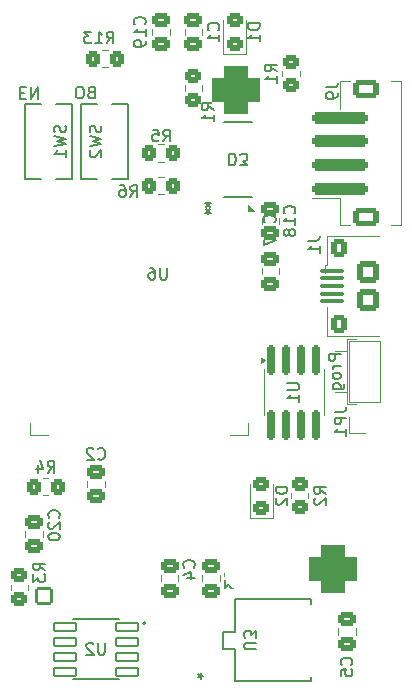
<source format=gbo>
%TF.GenerationSoftware,KiCad,Pcbnew,8.0.2*%
%TF.CreationDate,2024-10-02T19:38:12-04:00*%
%TF.ProjectId,drive_27A,64726976-655f-4323-9741-2e6b69636164,rev?*%
%TF.SameCoordinates,Original*%
%TF.FileFunction,Legend,Bot*%
%TF.FilePolarity,Positive*%
%FSLAX46Y46*%
G04 Gerber Fmt 4.6, Leading zero omitted, Abs format (unit mm)*
G04 Created by KiCad (PCBNEW 8.0.2) date 2024-10-02 19:38:12*
%MOMM*%
%LPD*%
G01*
G04 APERTURE LIST*
G04 Aperture macros list*
%AMRoundRect*
0 Rectangle with rounded corners*
0 $1 Rounding radius*
0 $2 $3 $4 $5 $6 $7 $8 $9 X,Y pos of 4 corners*
0 Add a 4 corners polygon primitive as box body*
4,1,4,$2,$3,$4,$5,$6,$7,$8,$9,$2,$3,0*
0 Add four circle primitives for the rounded corners*
1,1,$1+$1,$2,$3*
1,1,$1+$1,$4,$5*
1,1,$1+$1,$6,$7*
1,1,$1+$1,$8,$9*
0 Add four rect primitives between the rounded corners*
20,1,$1+$1,$2,$3,$4,$5,0*
20,1,$1+$1,$4,$5,$6,$7,0*
20,1,$1+$1,$6,$7,$8,$9,0*
20,1,$1+$1,$8,$9,$2,$3,0*%
%AMRotRect*
0 Rectangle, with rotation*
0 The origin of the aperture is its center*
0 $1 length*
0 $2 width*
0 $3 Rotation angle, in degrees counterclockwise*
0 Add horizontal line*
21,1,$1,$2,0,0,$3*%
G04 Aperture macros list end*
%ADD10C,0.100000*%
%ADD11C,0.150000*%
%ADD12C,0.152400*%
%ADD13C,0.120000*%
%ADD14C,0.127000*%
%ADD15C,0.200000*%
%ADD16R,0.900000X2.000000*%
%ADD17RoundRect,1.025000X1.025000X1.025000X-1.025000X1.025000X-1.025000X-1.025000X1.025000X-1.025000X0*%
%ADD18C,4.100000*%
%ADD19RoundRect,1.025000X-1.025000X-1.025000X1.025000X-1.025000X1.025000X1.025000X-1.025000X1.025000X0*%
%ADD20RotRect,2.400000X2.400000X70.000000*%
%ADD21C,2.400000*%
%ADD22C,3.350000*%
%ADD23RoundRect,0.102000X-0.634000X-0.634000X0.634000X-0.634000X0.634000X0.634000X-0.634000X0.634000X0*%
%ADD24C,1.472000*%
%ADD25C,3.600000*%
%ADD26C,5.600000*%
%ADD27R,2.454600X1.549400*%
%ADD28R,2.454600X1.524700*%
%ADD29RoundRect,0.250000X-0.450000X0.350000X-0.450000X-0.350000X0.450000X-0.350000X0.450000X0.350000X0*%
%ADD30RoundRect,0.250000X0.475000X-0.337500X0.475000X0.337500X-0.475000X0.337500X-0.475000X-0.337500X0*%
%ADD31RoundRect,0.250000X0.350000X0.450000X-0.350000X0.450000X-0.350000X-0.450000X0.350000X-0.450000X0*%
%ADD32RoundRect,0.250000X-0.475000X0.337500X-0.475000X-0.337500X0.475000X-0.337500X0.475000X0.337500X0*%
%ADD33RoundRect,0.055580X0.921420X0.341420X-0.921420X0.341420X-0.921420X-0.341420X0.921420X-0.341420X0*%
%ADD34R,1.500000X0.900000*%
%ADD35R,0.900000X1.500000*%
%ADD36R,3.900000X3.900000*%
%ADD37R,1.700000X1.700000*%
%ADD38O,1.700000X1.700000*%
%ADD39RoundRect,0.250000X0.450000X-0.325000X0.450000X0.325000X-0.450000X0.325000X-0.450000X-0.325000X0*%
%ADD40R,2.184400X0.889000*%
%ADD41R,5.613400X5.511800*%
%ADD42RoundRect,0.250000X0.450000X-0.350000X0.450000X0.350000X-0.450000X0.350000X-0.450000X-0.350000X0*%
%ADD43RoundRect,0.250000X0.875000X-0.550000X0.875000X0.550000X-0.875000X0.550000X-0.875000X-0.550000X0*%
%ADD44RoundRect,0.250000X2.125000X-0.250000X2.125000X0.250000X-2.125000X0.250000X-2.125000X-0.250000X0*%
%ADD45RoundRect,0.150000X-0.150000X1.100000X-0.150000X-1.100000X0.150000X-1.100000X0.150000X1.100000X0*%
%ADD46R,0.609600X1.511300*%
%ADD47RoundRect,0.100000X-0.900000X0.100000X-0.900000X-0.100000X0.900000X-0.100000X0.900000X0.100000X0*%
%ADD48O,1.600000X0.900000*%
%ADD49RoundRect,0.250000X-0.450000X0.550000X-0.450000X-0.550000X0.450000X-0.550000X0.450000X0.550000X0*%
%ADD50RoundRect,0.250000X-0.700000X0.700000X-0.700000X-0.700000X0.700000X-0.700000X0.700000X0.700000X0*%
G04 APERTURE END LIST*
D10*
X43500000Y-48750000D02*
X44250000Y-48750000D01*
X43500000Y-44250000D02*
X42500000Y-44250000D01*
X44250000Y-43250000D02*
X43500000Y-43250000D01*
X42500000Y-47750000D02*
X43500000Y-47750000D01*
X43500000Y-43250000D02*
X43500000Y-48750000D01*
D11*
X15836779Y-22403990D02*
X16170112Y-22403990D01*
X16312969Y-21880180D02*
X15836779Y-21880180D01*
X15836779Y-21880180D02*
X15836779Y-22880180D01*
X15836779Y-22880180D02*
X16312969Y-22880180D01*
X16741541Y-21880180D02*
X16741541Y-22880180D01*
X16741541Y-22880180D02*
X17312969Y-21880180D01*
X17312969Y-21880180D02*
X17312969Y-22880180D01*
X21829887Y-22346009D02*
X21687030Y-22393628D01*
X21687030Y-22393628D02*
X21639411Y-22441247D01*
X21639411Y-22441247D02*
X21591792Y-22536485D01*
X21591792Y-22536485D02*
X21591792Y-22679342D01*
X21591792Y-22679342D02*
X21639411Y-22774580D01*
X21639411Y-22774580D02*
X21687030Y-22822200D01*
X21687030Y-22822200D02*
X21782268Y-22869819D01*
X21782268Y-22869819D02*
X22163220Y-22869819D01*
X22163220Y-22869819D02*
X22163220Y-21869819D01*
X22163220Y-21869819D02*
X21829887Y-21869819D01*
X21829887Y-21869819D02*
X21734649Y-21917438D01*
X21734649Y-21917438D02*
X21687030Y-21965057D01*
X21687030Y-21965057D02*
X21639411Y-22060295D01*
X21639411Y-22060295D02*
X21639411Y-22155533D01*
X21639411Y-22155533D02*
X21687030Y-22250771D01*
X21687030Y-22250771D02*
X21734649Y-22298390D01*
X21734649Y-22298390D02*
X21829887Y-22346009D01*
X21829887Y-22346009D02*
X22163220Y-22346009D01*
X20972744Y-21869819D02*
X20782268Y-21869819D01*
X20782268Y-21869819D02*
X20687030Y-21917438D01*
X20687030Y-21917438D02*
X20591792Y-22012676D01*
X20591792Y-22012676D02*
X20544173Y-22203152D01*
X20544173Y-22203152D02*
X20544173Y-22536485D01*
X20544173Y-22536485D02*
X20591792Y-22726961D01*
X20591792Y-22726961D02*
X20687030Y-22822200D01*
X20687030Y-22822200D02*
X20782268Y-22869819D01*
X20782268Y-22869819D02*
X20972744Y-22869819D01*
X20972744Y-22869819D02*
X21067982Y-22822200D01*
X21067982Y-22822200D02*
X21163220Y-22726961D01*
X21163220Y-22726961D02*
X21210839Y-22536485D01*
X21210839Y-22536485D02*
X21210839Y-22203152D01*
X21210839Y-22203152D02*
X21163220Y-22012676D01*
X21163220Y-22012676D02*
X21067982Y-21917438D01*
X21067982Y-21917438D02*
X20972744Y-21869819D01*
X31295180Y-71749999D02*
X31057085Y-71749999D01*
X31152323Y-71988094D02*
X31057085Y-71749999D01*
X31057085Y-71749999D02*
X31152323Y-71511904D01*
X30866609Y-71892856D02*
X31057085Y-71749999D01*
X31057085Y-71749999D02*
X30866609Y-71607142D01*
X42954819Y-44523809D02*
X41954819Y-44523809D01*
X41954819Y-44523809D02*
X41954819Y-44904761D01*
X41954819Y-44904761D02*
X42002438Y-44999999D01*
X42002438Y-44999999D02*
X42050057Y-45047618D01*
X42050057Y-45047618D02*
X42145295Y-45095237D01*
X42145295Y-45095237D02*
X42288152Y-45095237D01*
X42288152Y-45095237D02*
X42383390Y-45047618D01*
X42383390Y-45047618D02*
X42431009Y-44999999D01*
X42431009Y-44999999D02*
X42478628Y-44904761D01*
X42478628Y-44904761D02*
X42478628Y-44523809D01*
X42954819Y-45523809D02*
X42288152Y-45523809D01*
X42478628Y-45523809D02*
X42383390Y-45571428D01*
X42383390Y-45571428D02*
X42335771Y-45619047D01*
X42335771Y-45619047D02*
X42288152Y-45714285D01*
X42288152Y-45714285D02*
X42288152Y-45809523D01*
X42954819Y-46285714D02*
X42907200Y-46190476D01*
X42907200Y-46190476D02*
X42859580Y-46142857D01*
X42859580Y-46142857D02*
X42764342Y-46095238D01*
X42764342Y-46095238D02*
X42478628Y-46095238D01*
X42478628Y-46095238D02*
X42383390Y-46142857D01*
X42383390Y-46142857D02*
X42335771Y-46190476D01*
X42335771Y-46190476D02*
X42288152Y-46285714D01*
X42288152Y-46285714D02*
X42288152Y-46428571D01*
X42288152Y-46428571D02*
X42335771Y-46523809D01*
X42335771Y-46523809D02*
X42383390Y-46571428D01*
X42383390Y-46571428D02*
X42478628Y-46619047D01*
X42478628Y-46619047D02*
X42764342Y-46619047D01*
X42764342Y-46619047D02*
X42859580Y-46571428D01*
X42859580Y-46571428D02*
X42907200Y-46523809D01*
X42907200Y-46523809D02*
X42954819Y-46428571D01*
X42954819Y-46428571D02*
X42954819Y-46285714D01*
X42288152Y-47476190D02*
X43097676Y-47476190D01*
X43097676Y-47476190D02*
X43192914Y-47428571D01*
X43192914Y-47428571D02*
X43240533Y-47380952D01*
X43240533Y-47380952D02*
X43288152Y-47285714D01*
X43288152Y-47285714D02*
X43288152Y-47142857D01*
X43288152Y-47142857D02*
X43240533Y-47047619D01*
X42907200Y-47476190D02*
X42954819Y-47380952D01*
X42954819Y-47380952D02*
X42954819Y-47190476D01*
X42954819Y-47190476D02*
X42907200Y-47095238D01*
X42907200Y-47095238D02*
X42859580Y-47047619D01*
X42859580Y-47047619D02*
X42764342Y-47000000D01*
X42764342Y-47000000D02*
X42478628Y-47000000D01*
X42478628Y-47000000D02*
X42383390Y-47047619D01*
X42383390Y-47047619D02*
X42335771Y-47095238D01*
X42335771Y-47095238D02*
X42288152Y-47190476D01*
X42288152Y-47190476D02*
X42288152Y-47380952D01*
X42288152Y-47380952D02*
X42335771Y-47476190D01*
X33535205Y-27545180D02*
X33535205Y-28545180D01*
X33535205Y-28545180D02*
X33773300Y-28545180D01*
X33773300Y-28545180D02*
X33916157Y-28497561D01*
X33916157Y-28497561D02*
X34011395Y-28402323D01*
X34011395Y-28402323D02*
X34059014Y-28307085D01*
X34059014Y-28307085D02*
X34106633Y-28116609D01*
X34106633Y-28116609D02*
X34106633Y-27973752D01*
X34106633Y-27973752D02*
X34059014Y-27783276D01*
X34059014Y-27783276D02*
X34011395Y-27688038D01*
X34011395Y-27688038D02*
X33916157Y-27592800D01*
X33916157Y-27592800D02*
X33773300Y-27545180D01*
X33773300Y-27545180D02*
X33535205Y-27545180D01*
X34439967Y-28545180D02*
X35059014Y-28545180D01*
X35059014Y-28545180D02*
X34725681Y-28164228D01*
X34725681Y-28164228D02*
X34868538Y-28164228D01*
X34868538Y-28164228D02*
X34963776Y-28116609D01*
X34963776Y-28116609D02*
X35011395Y-28068990D01*
X35011395Y-28068990D02*
X35059014Y-27973752D01*
X35059014Y-27973752D02*
X35059014Y-27735657D01*
X35059014Y-27735657D02*
X35011395Y-27640419D01*
X35011395Y-27640419D02*
X34963776Y-27592800D01*
X34963776Y-27592800D02*
X34868538Y-27545180D01*
X34868538Y-27545180D02*
X34582824Y-27545180D01*
X34582824Y-27545180D02*
X34487586Y-27592800D01*
X34487586Y-27592800D02*
X34439967Y-27640419D01*
X31746000Y-32689880D02*
X31746000Y-32451785D01*
X31507905Y-32547023D02*
X31746000Y-32451785D01*
X31746000Y-32451785D02*
X31984095Y-32547023D01*
X31603143Y-32261309D02*
X31746000Y-32451785D01*
X31746000Y-32451785D02*
X31888857Y-32261309D01*
X31745999Y-31599519D02*
X31745999Y-31837614D01*
X31984094Y-31742376D02*
X31745999Y-31837614D01*
X31745999Y-31837614D02*
X31507904Y-31742376D01*
X31888856Y-32028090D02*
X31745999Y-31837614D01*
X31745999Y-31837614D02*
X31603142Y-32028090D01*
X37554819Y-20583333D02*
X37078628Y-20250000D01*
X37554819Y-20011905D02*
X36554819Y-20011905D01*
X36554819Y-20011905D02*
X36554819Y-20392857D01*
X36554819Y-20392857D02*
X36602438Y-20488095D01*
X36602438Y-20488095D02*
X36650057Y-20535714D01*
X36650057Y-20535714D02*
X36745295Y-20583333D01*
X36745295Y-20583333D02*
X36888152Y-20583333D01*
X36888152Y-20583333D02*
X36983390Y-20535714D01*
X36983390Y-20535714D02*
X37031009Y-20488095D01*
X37031009Y-20488095D02*
X37078628Y-20392857D01*
X37078628Y-20392857D02*
X37078628Y-20011905D01*
X37554819Y-21535714D02*
X37554819Y-20964286D01*
X37554819Y-21250000D02*
X36554819Y-21250000D01*
X36554819Y-21250000D02*
X36697676Y-21154762D01*
X36697676Y-21154762D02*
X36792914Y-21059524D01*
X36792914Y-21059524D02*
X36840533Y-20964286D01*
X39039580Y-32607142D02*
X39087200Y-32559523D01*
X39087200Y-32559523D02*
X39134819Y-32416666D01*
X39134819Y-32416666D02*
X39134819Y-32321428D01*
X39134819Y-32321428D02*
X39087200Y-32178571D01*
X39087200Y-32178571D02*
X38991961Y-32083333D01*
X38991961Y-32083333D02*
X38896723Y-32035714D01*
X38896723Y-32035714D02*
X38706247Y-31988095D01*
X38706247Y-31988095D02*
X38563390Y-31988095D01*
X38563390Y-31988095D02*
X38372914Y-32035714D01*
X38372914Y-32035714D02*
X38277676Y-32083333D01*
X38277676Y-32083333D02*
X38182438Y-32178571D01*
X38182438Y-32178571D02*
X38134819Y-32321428D01*
X38134819Y-32321428D02*
X38134819Y-32416666D01*
X38134819Y-32416666D02*
X38182438Y-32559523D01*
X38182438Y-32559523D02*
X38230057Y-32607142D01*
X39134819Y-33559523D02*
X39134819Y-32988095D01*
X39134819Y-33273809D02*
X38134819Y-33273809D01*
X38134819Y-33273809D02*
X38277676Y-33178571D01*
X38277676Y-33178571D02*
X38372914Y-33083333D01*
X38372914Y-33083333D02*
X38420533Y-32988095D01*
X38563390Y-34130952D02*
X38515771Y-34035714D01*
X38515771Y-34035714D02*
X38468152Y-33988095D01*
X38468152Y-33988095D02*
X38372914Y-33940476D01*
X38372914Y-33940476D02*
X38325295Y-33940476D01*
X38325295Y-33940476D02*
X38230057Y-33988095D01*
X38230057Y-33988095D02*
X38182438Y-34035714D01*
X38182438Y-34035714D02*
X38134819Y-34130952D01*
X38134819Y-34130952D02*
X38134819Y-34321428D01*
X38134819Y-34321428D02*
X38182438Y-34416666D01*
X38182438Y-34416666D02*
X38230057Y-34464285D01*
X38230057Y-34464285D02*
X38325295Y-34511904D01*
X38325295Y-34511904D02*
X38372914Y-34511904D01*
X38372914Y-34511904D02*
X38468152Y-34464285D01*
X38468152Y-34464285D02*
X38515771Y-34416666D01*
X38515771Y-34416666D02*
X38563390Y-34321428D01*
X38563390Y-34321428D02*
X38563390Y-34130952D01*
X38563390Y-34130952D02*
X38611009Y-34035714D01*
X38611009Y-34035714D02*
X38658628Y-33988095D01*
X38658628Y-33988095D02*
X38753866Y-33940476D01*
X38753866Y-33940476D02*
X38944342Y-33940476D01*
X38944342Y-33940476D02*
X39039580Y-33988095D01*
X39039580Y-33988095D02*
X39087200Y-34035714D01*
X39087200Y-34035714D02*
X39134819Y-34130952D01*
X39134819Y-34130952D02*
X39134819Y-34321428D01*
X39134819Y-34321428D02*
X39087200Y-34416666D01*
X39087200Y-34416666D02*
X39039580Y-34464285D01*
X39039580Y-34464285D02*
X38944342Y-34511904D01*
X38944342Y-34511904D02*
X38753866Y-34511904D01*
X38753866Y-34511904D02*
X38658628Y-34464285D01*
X38658628Y-34464285D02*
X38611009Y-34416666D01*
X38611009Y-34416666D02*
X38563390Y-34321428D01*
X27942364Y-26511561D02*
X28275697Y-26035370D01*
X28513792Y-26511561D02*
X28513792Y-25511561D01*
X28513792Y-25511561D02*
X28132840Y-25511561D01*
X28132840Y-25511561D02*
X28037602Y-25559180D01*
X28037602Y-25559180D02*
X27989983Y-25606799D01*
X27989983Y-25606799D02*
X27942364Y-25702037D01*
X27942364Y-25702037D02*
X27942364Y-25844894D01*
X27942364Y-25844894D02*
X27989983Y-25940132D01*
X27989983Y-25940132D02*
X28037602Y-25987751D01*
X28037602Y-25987751D02*
X28132840Y-26035370D01*
X28132840Y-26035370D02*
X28513792Y-26035370D01*
X27037602Y-25511561D02*
X27513792Y-25511561D01*
X27513792Y-25511561D02*
X27561411Y-25987751D01*
X27561411Y-25987751D02*
X27513792Y-25940132D01*
X27513792Y-25940132D02*
X27418554Y-25892513D01*
X27418554Y-25892513D02*
X27180459Y-25892513D01*
X27180459Y-25892513D02*
X27085221Y-25940132D01*
X27085221Y-25940132D02*
X27037602Y-25987751D01*
X27037602Y-25987751D02*
X26989983Y-26082989D01*
X26989983Y-26082989D02*
X26989983Y-26321084D01*
X26989983Y-26321084D02*
X27037602Y-26416322D01*
X27037602Y-26416322D02*
X27085221Y-26463942D01*
X27085221Y-26463942D02*
X27180459Y-26511561D01*
X27180459Y-26511561D02*
X27418554Y-26511561D01*
X27418554Y-26511561D02*
X27513792Y-26463942D01*
X27513792Y-26463942D02*
X27561411Y-26416322D01*
X34039580Y-63333333D02*
X34087200Y-63285714D01*
X34087200Y-63285714D02*
X34134819Y-63142857D01*
X34134819Y-63142857D02*
X34134819Y-63047619D01*
X34134819Y-63047619D02*
X34087200Y-62904762D01*
X34087200Y-62904762D02*
X33991961Y-62809524D01*
X33991961Y-62809524D02*
X33896723Y-62761905D01*
X33896723Y-62761905D02*
X33706247Y-62714286D01*
X33706247Y-62714286D02*
X33563390Y-62714286D01*
X33563390Y-62714286D02*
X33372914Y-62761905D01*
X33372914Y-62761905D02*
X33277676Y-62809524D01*
X33277676Y-62809524D02*
X33182438Y-62904762D01*
X33182438Y-62904762D02*
X33134819Y-63047619D01*
X33134819Y-63047619D02*
X33134819Y-63142857D01*
X33134819Y-63142857D02*
X33182438Y-63285714D01*
X33182438Y-63285714D02*
X33230057Y-63333333D01*
X33134819Y-63666667D02*
X33134819Y-64285714D01*
X33134819Y-64285714D02*
X33515771Y-63952381D01*
X33515771Y-63952381D02*
X33515771Y-64095238D01*
X33515771Y-64095238D02*
X33563390Y-64190476D01*
X33563390Y-64190476D02*
X33611009Y-64238095D01*
X33611009Y-64238095D02*
X33706247Y-64285714D01*
X33706247Y-64285714D02*
X33944342Y-64285714D01*
X33944342Y-64285714D02*
X34039580Y-64238095D01*
X34039580Y-64238095D02*
X34087200Y-64190476D01*
X34087200Y-64190476D02*
X34134819Y-64095238D01*
X34134819Y-64095238D02*
X34134819Y-63809524D01*
X34134819Y-63809524D02*
X34087200Y-63714286D01*
X34087200Y-63714286D02*
X34039580Y-63666667D01*
X32609580Y-17083333D02*
X32657200Y-17035714D01*
X32657200Y-17035714D02*
X32704819Y-16892857D01*
X32704819Y-16892857D02*
X32704819Y-16797619D01*
X32704819Y-16797619D02*
X32657200Y-16654762D01*
X32657200Y-16654762D02*
X32561961Y-16559524D01*
X32561961Y-16559524D02*
X32466723Y-16511905D01*
X32466723Y-16511905D02*
X32276247Y-16464286D01*
X32276247Y-16464286D02*
X32133390Y-16464286D01*
X32133390Y-16464286D02*
X31942914Y-16511905D01*
X31942914Y-16511905D02*
X31847676Y-16559524D01*
X31847676Y-16559524D02*
X31752438Y-16654762D01*
X31752438Y-16654762D02*
X31704819Y-16797619D01*
X31704819Y-16797619D02*
X31704819Y-16892857D01*
X31704819Y-16892857D02*
X31752438Y-17035714D01*
X31752438Y-17035714D02*
X31800057Y-17083333D01*
X32704819Y-18035714D02*
X32704819Y-17464286D01*
X32704819Y-17750000D02*
X31704819Y-17750000D01*
X31704819Y-17750000D02*
X31847676Y-17654762D01*
X31847676Y-17654762D02*
X31942914Y-17559524D01*
X31942914Y-17559524D02*
X31990533Y-17464286D01*
X23011904Y-68954819D02*
X23011904Y-69764342D01*
X23011904Y-69764342D02*
X22964285Y-69859580D01*
X22964285Y-69859580D02*
X22916666Y-69907200D01*
X22916666Y-69907200D02*
X22821428Y-69954819D01*
X22821428Y-69954819D02*
X22630952Y-69954819D01*
X22630952Y-69954819D02*
X22535714Y-69907200D01*
X22535714Y-69907200D02*
X22488095Y-69859580D01*
X22488095Y-69859580D02*
X22440476Y-69764342D01*
X22440476Y-69764342D02*
X22440476Y-68954819D01*
X22011904Y-69050057D02*
X21964285Y-69002438D01*
X21964285Y-69002438D02*
X21869047Y-68954819D01*
X21869047Y-68954819D02*
X21630952Y-68954819D01*
X21630952Y-68954819D02*
X21535714Y-69002438D01*
X21535714Y-69002438D02*
X21488095Y-69050057D01*
X21488095Y-69050057D02*
X21440476Y-69145295D01*
X21440476Y-69145295D02*
X21440476Y-69240533D01*
X21440476Y-69240533D02*
X21488095Y-69383390D01*
X21488095Y-69383390D02*
X22059523Y-69954819D01*
X22059523Y-69954819D02*
X21440476Y-69954819D01*
X19109580Y-58357142D02*
X19157200Y-58309523D01*
X19157200Y-58309523D02*
X19204819Y-58166666D01*
X19204819Y-58166666D02*
X19204819Y-58071428D01*
X19204819Y-58071428D02*
X19157200Y-57928571D01*
X19157200Y-57928571D02*
X19061961Y-57833333D01*
X19061961Y-57833333D02*
X18966723Y-57785714D01*
X18966723Y-57785714D02*
X18776247Y-57738095D01*
X18776247Y-57738095D02*
X18633390Y-57738095D01*
X18633390Y-57738095D02*
X18442914Y-57785714D01*
X18442914Y-57785714D02*
X18347676Y-57833333D01*
X18347676Y-57833333D02*
X18252438Y-57928571D01*
X18252438Y-57928571D02*
X18204819Y-58071428D01*
X18204819Y-58071428D02*
X18204819Y-58166666D01*
X18204819Y-58166666D02*
X18252438Y-58309523D01*
X18252438Y-58309523D02*
X18300057Y-58357142D01*
X18300057Y-58738095D02*
X18252438Y-58785714D01*
X18252438Y-58785714D02*
X18204819Y-58880952D01*
X18204819Y-58880952D02*
X18204819Y-59119047D01*
X18204819Y-59119047D02*
X18252438Y-59214285D01*
X18252438Y-59214285D02*
X18300057Y-59261904D01*
X18300057Y-59261904D02*
X18395295Y-59309523D01*
X18395295Y-59309523D02*
X18490533Y-59309523D01*
X18490533Y-59309523D02*
X18633390Y-59261904D01*
X18633390Y-59261904D02*
X19204819Y-58690476D01*
X19204819Y-58690476D02*
X19204819Y-59309523D01*
X18204819Y-59928571D02*
X18204819Y-60023809D01*
X18204819Y-60023809D02*
X18252438Y-60119047D01*
X18252438Y-60119047D02*
X18300057Y-60166666D01*
X18300057Y-60166666D02*
X18395295Y-60214285D01*
X18395295Y-60214285D02*
X18585771Y-60261904D01*
X18585771Y-60261904D02*
X18823866Y-60261904D01*
X18823866Y-60261904D02*
X19014342Y-60214285D01*
X19014342Y-60214285D02*
X19109580Y-60166666D01*
X19109580Y-60166666D02*
X19157200Y-60119047D01*
X19157200Y-60119047D02*
X19204819Y-60023809D01*
X19204819Y-60023809D02*
X19204819Y-59928571D01*
X19204819Y-59928571D02*
X19157200Y-59833333D01*
X19157200Y-59833333D02*
X19109580Y-59785714D01*
X19109580Y-59785714D02*
X19014342Y-59738095D01*
X19014342Y-59738095D02*
X18823866Y-59690476D01*
X18823866Y-59690476D02*
X18585771Y-59690476D01*
X18585771Y-59690476D02*
X18395295Y-59738095D01*
X18395295Y-59738095D02*
X18300057Y-59785714D01*
X18300057Y-59785714D02*
X18252438Y-59833333D01*
X18252438Y-59833333D02*
X18204819Y-59928571D01*
X26359580Y-16607142D02*
X26407200Y-16559523D01*
X26407200Y-16559523D02*
X26454819Y-16416666D01*
X26454819Y-16416666D02*
X26454819Y-16321428D01*
X26454819Y-16321428D02*
X26407200Y-16178571D01*
X26407200Y-16178571D02*
X26311961Y-16083333D01*
X26311961Y-16083333D02*
X26216723Y-16035714D01*
X26216723Y-16035714D02*
X26026247Y-15988095D01*
X26026247Y-15988095D02*
X25883390Y-15988095D01*
X25883390Y-15988095D02*
X25692914Y-16035714D01*
X25692914Y-16035714D02*
X25597676Y-16083333D01*
X25597676Y-16083333D02*
X25502438Y-16178571D01*
X25502438Y-16178571D02*
X25454819Y-16321428D01*
X25454819Y-16321428D02*
X25454819Y-16416666D01*
X25454819Y-16416666D02*
X25502438Y-16559523D01*
X25502438Y-16559523D02*
X25550057Y-16607142D01*
X26454819Y-17559523D02*
X26454819Y-16988095D01*
X26454819Y-17273809D02*
X25454819Y-17273809D01*
X25454819Y-17273809D02*
X25597676Y-17178571D01*
X25597676Y-17178571D02*
X25692914Y-17083333D01*
X25692914Y-17083333D02*
X25740533Y-16988095D01*
X26454819Y-18035714D02*
X26454819Y-18226190D01*
X26454819Y-18226190D02*
X26407200Y-18321428D01*
X26407200Y-18321428D02*
X26359580Y-18369047D01*
X26359580Y-18369047D02*
X26216723Y-18464285D01*
X26216723Y-18464285D02*
X26026247Y-18511904D01*
X26026247Y-18511904D02*
X25645295Y-18511904D01*
X25645295Y-18511904D02*
X25550057Y-18464285D01*
X25550057Y-18464285D02*
X25502438Y-18416666D01*
X25502438Y-18416666D02*
X25454819Y-18321428D01*
X25454819Y-18321428D02*
X25454819Y-18130952D01*
X25454819Y-18130952D02*
X25502438Y-18035714D01*
X25502438Y-18035714D02*
X25550057Y-17988095D01*
X25550057Y-17988095D02*
X25645295Y-17940476D01*
X25645295Y-17940476D02*
X25883390Y-17940476D01*
X25883390Y-17940476D02*
X25978628Y-17988095D01*
X25978628Y-17988095D02*
X26026247Y-18035714D01*
X26026247Y-18035714D02*
X26073866Y-18130952D01*
X26073866Y-18130952D02*
X26073866Y-18321428D01*
X26073866Y-18321428D02*
X26026247Y-18416666D01*
X26026247Y-18416666D02*
X25978628Y-18464285D01*
X25978628Y-18464285D02*
X25883390Y-18511904D01*
X28261904Y-37204819D02*
X28261904Y-38014342D01*
X28261904Y-38014342D02*
X28214285Y-38109580D01*
X28214285Y-38109580D02*
X28166666Y-38157200D01*
X28166666Y-38157200D02*
X28071428Y-38204819D01*
X28071428Y-38204819D02*
X27880952Y-38204819D01*
X27880952Y-38204819D02*
X27785714Y-38157200D01*
X27785714Y-38157200D02*
X27738095Y-38109580D01*
X27738095Y-38109580D02*
X27690476Y-38014342D01*
X27690476Y-38014342D02*
X27690476Y-37204819D01*
X26785714Y-37204819D02*
X26976190Y-37204819D01*
X26976190Y-37204819D02*
X27071428Y-37252438D01*
X27071428Y-37252438D02*
X27119047Y-37300057D01*
X27119047Y-37300057D02*
X27214285Y-37442914D01*
X27214285Y-37442914D02*
X27261904Y-37633390D01*
X27261904Y-37633390D02*
X27261904Y-38014342D01*
X27261904Y-38014342D02*
X27214285Y-38109580D01*
X27214285Y-38109580D02*
X27166666Y-38157200D01*
X27166666Y-38157200D02*
X27071428Y-38204819D01*
X27071428Y-38204819D02*
X26880952Y-38204819D01*
X26880952Y-38204819D02*
X26785714Y-38157200D01*
X26785714Y-38157200D02*
X26738095Y-38109580D01*
X26738095Y-38109580D02*
X26690476Y-38014342D01*
X26690476Y-38014342D02*
X26690476Y-37776247D01*
X26690476Y-37776247D02*
X26738095Y-37681009D01*
X26738095Y-37681009D02*
X26785714Y-37633390D01*
X26785714Y-37633390D02*
X26880952Y-37585771D01*
X26880952Y-37585771D02*
X27071428Y-37585771D01*
X27071428Y-37585771D02*
X27166666Y-37633390D01*
X27166666Y-37633390D02*
X27214285Y-37681009D01*
X27214285Y-37681009D02*
X27261904Y-37776247D01*
X42454819Y-49416666D02*
X43169104Y-49416666D01*
X43169104Y-49416666D02*
X43311961Y-49369047D01*
X43311961Y-49369047D02*
X43407200Y-49273809D01*
X43407200Y-49273809D02*
X43454819Y-49130952D01*
X43454819Y-49130952D02*
X43454819Y-49035714D01*
X43454819Y-49892857D02*
X42454819Y-49892857D01*
X42454819Y-49892857D02*
X42454819Y-50273809D01*
X42454819Y-50273809D02*
X42502438Y-50369047D01*
X42502438Y-50369047D02*
X42550057Y-50416666D01*
X42550057Y-50416666D02*
X42645295Y-50464285D01*
X42645295Y-50464285D02*
X42788152Y-50464285D01*
X42788152Y-50464285D02*
X42883390Y-50416666D01*
X42883390Y-50416666D02*
X42931009Y-50369047D01*
X42931009Y-50369047D02*
X42978628Y-50273809D01*
X42978628Y-50273809D02*
X42978628Y-49892857D01*
X43454819Y-51416666D02*
X43454819Y-50845238D01*
X43454819Y-51130952D02*
X42454819Y-51130952D01*
X42454819Y-51130952D02*
X42597676Y-51035714D01*
X42597676Y-51035714D02*
X42692914Y-50940476D01*
X42692914Y-50940476D02*
X42740533Y-50845238D01*
X17954819Y-62833333D02*
X17478628Y-62500000D01*
X17954819Y-62261905D02*
X16954819Y-62261905D01*
X16954819Y-62261905D02*
X16954819Y-62642857D01*
X16954819Y-62642857D02*
X17002438Y-62738095D01*
X17002438Y-62738095D02*
X17050057Y-62785714D01*
X17050057Y-62785714D02*
X17145295Y-62833333D01*
X17145295Y-62833333D02*
X17288152Y-62833333D01*
X17288152Y-62833333D02*
X17383390Y-62785714D01*
X17383390Y-62785714D02*
X17431009Y-62738095D01*
X17431009Y-62738095D02*
X17478628Y-62642857D01*
X17478628Y-62642857D02*
X17478628Y-62261905D01*
X16954819Y-63166667D02*
X16954819Y-63785714D01*
X16954819Y-63785714D02*
X17335771Y-63452381D01*
X17335771Y-63452381D02*
X17335771Y-63595238D01*
X17335771Y-63595238D02*
X17383390Y-63690476D01*
X17383390Y-63690476D02*
X17431009Y-63738095D01*
X17431009Y-63738095D02*
X17526247Y-63785714D01*
X17526247Y-63785714D02*
X17764342Y-63785714D01*
X17764342Y-63785714D02*
X17859580Y-63738095D01*
X17859580Y-63738095D02*
X17907200Y-63690476D01*
X17907200Y-63690476D02*
X17954819Y-63595238D01*
X17954819Y-63595238D02*
X17954819Y-63309524D01*
X17954819Y-63309524D02*
X17907200Y-63214286D01*
X17907200Y-63214286D02*
X17859580Y-63166667D01*
X36104819Y-16511905D02*
X35104819Y-16511905D01*
X35104819Y-16511905D02*
X35104819Y-16750000D01*
X35104819Y-16750000D02*
X35152438Y-16892857D01*
X35152438Y-16892857D02*
X35247676Y-16988095D01*
X35247676Y-16988095D02*
X35342914Y-17035714D01*
X35342914Y-17035714D02*
X35533390Y-17083333D01*
X35533390Y-17083333D02*
X35676247Y-17083333D01*
X35676247Y-17083333D02*
X35866723Y-17035714D01*
X35866723Y-17035714D02*
X35961961Y-16988095D01*
X35961961Y-16988095D02*
X36057200Y-16892857D01*
X36057200Y-16892857D02*
X36104819Y-16750000D01*
X36104819Y-16750000D02*
X36104819Y-16511905D01*
X36104819Y-18035714D02*
X36104819Y-17464286D01*
X36104819Y-17750000D02*
X35104819Y-17750000D01*
X35104819Y-17750000D02*
X35247676Y-17654762D01*
X35247676Y-17654762D02*
X35342914Y-17559524D01*
X35342914Y-17559524D02*
X35390533Y-17464286D01*
X22416666Y-53359580D02*
X22464285Y-53407200D01*
X22464285Y-53407200D02*
X22607142Y-53454819D01*
X22607142Y-53454819D02*
X22702380Y-53454819D01*
X22702380Y-53454819D02*
X22845237Y-53407200D01*
X22845237Y-53407200D02*
X22940475Y-53311961D01*
X22940475Y-53311961D02*
X22988094Y-53216723D01*
X22988094Y-53216723D02*
X23035713Y-53026247D01*
X23035713Y-53026247D02*
X23035713Y-52883390D01*
X23035713Y-52883390D02*
X22988094Y-52692914D01*
X22988094Y-52692914D02*
X22940475Y-52597676D01*
X22940475Y-52597676D02*
X22845237Y-52502438D01*
X22845237Y-52502438D02*
X22702380Y-52454819D01*
X22702380Y-52454819D02*
X22607142Y-52454819D01*
X22607142Y-52454819D02*
X22464285Y-52502438D01*
X22464285Y-52502438D02*
X22416666Y-52550057D01*
X22035713Y-52550057D02*
X21988094Y-52502438D01*
X21988094Y-52502438D02*
X21892856Y-52454819D01*
X21892856Y-52454819D02*
X21654761Y-52454819D01*
X21654761Y-52454819D02*
X21559523Y-52502438D01*
X21559523Y-52502438D02*
X21511904Y-52550057D01*
X21511904Y-52550057D02*
X21464285Y-52645295D01*
X21464285Y-52645295D02*
X21464285Y-52740533D01*
X21464285Y-52740533D02*
X21511904Y-52883390D01*
X21511904Y-52883390D02*
X22083332Y-53454819D01*
X22083332Y-53454819D02*
X21464285Y-53454819D01*
X35795180Y-69511904D02*
X34985657Y-69511904D01*
X34985657Y-69511904D02*
X34890419Y-69464285D01*
X34890419Y-69464285D02*
X34842800Y-69416666D01*
X34842800Y-69416666D02*
X34795180Y-69321428D01*
X34795180Y-69321428D02*
X34795180Y-69130952D01*
X34795180Y-69130952D02*
X34842800Y-69035714D01*
X34842800Y-69035714D02*
X34890419Y-68988095D01*
X34890419Y-68988095D02*
X34985657Y-68940476D01*
X34985657Y-68940476D02*
X35795180Y-68940476D01*
X35795180Y-68559523D02*
X35795180Y-67940476D01*
X35795180Y-67940476D02*
X35414228Y-68273809D01*
X35414228Y-68273809D02*
X35414228Y-68130952D01*
X35414228Y-68130952D02*
X35366609Y-68035714D01*
X35366609Y-68035714D02*
X35318990Y-67988095D01*
X35318990Y-67988095D02*
X35223752Y-67940476D01*
X35223752Y-67940476D02*
X34985657Y-67940476D01*
X34985657Y-67940476D02*
X34890419Y-67988095D01*
X34890419Y-67988095D02*
X34842800Y-68035714D01*
X34842800Y-68035714D02*
X34795180Y-68130952D01*
X34795180Y-68130952D02*
X34795180Y-68416666D01*
X34795180Y-68416666D02*
X34842800Y-68511904D01*
X34842800Y-68511904D02*
X34890419Y-68559523D01*
X25166666Y-31204819D02*
X25499999Y-30728628D01*
X25738094Y-31204819D02*
X25738094Y-30204819D01*
X25738094Y-30204819D02*
X25357142Y-30204819D01*
X25357142Y-30204819D02*
X25261904Y-30252438D01*
X25261904Y-30252438D02*
X25214285Y-30300057D01*
X25214285Y-30300057D02*
X25166666Y-30395295D01*
X25166666Y-30395295D02*
X25166666Y-30538152D01*
X25166666Y-30538152D02*
X25214285Y-30633390D01*
X25214285Y-30633390D02*
X25261904Y-30681009D01*
X25261904Y-30681009D02*
X25357142Y-30728628D01*
X25357142Y-30728628D02*
X25738094Y-30728628D01*
X24309523Y-30204819D02*
X24499999Y-30204819D01*
X24499999Y-30204819D02*
X24595237Y-30252438D01*
X24595237Y-30252438D02*
X24642856Y-30300057D01*
X24642856Y-30300057D02*
X24738094Y-30442914D01*
X24738094Y-30442914D02*
X24785713Y-30633390D01*
X24785713Y-30633390D02*
X24785713Y-31014342D01*
X24785713Y-31014342D02*
X24738094Y-31109580D01*
X24738094Y-31109580D02*
X24690475Y-31157200D01*
X24690475Y-31157200D02*
X24595237Y-31204819D01*
X24595237Y-31204819D02*
X24404761Y-31204819D01*
X24404761Y-31204819D02*
X24309523Y-31157200D01*
X24309523Y-31157200D02*
X24261904Y-31109580D01*
X24261904Y-31109580D02*
X24214285Y-31014342D01*
X24214285Y-31014342D02*
X24214285Y-30776247D01*
X24214285Y-30776247D02*
X24261904Y-30681009D01*
X24261904Y-30681009D02*
X24309523Y-30633390D01*
X24309523Y-30633390D02*
X24404761Y-30585771D01*
X24404761Y-30585771D02*
X24595237Y-30585771D01*
X24595237Y-30585771D02*
X24690475Y-30633390D01*
X24690475Y-30633390D02*
X24738094Y-30681009D01*
X24738094Y-30681009D02*
X24785713Y-30776247D01*
X43859580Y-70833333D02*
X43907200Y-70785714D01*
X43907200Y-70785714D02*
X43954819Y-70642857D01*
X43954819Y-70642857D02*
X43954819Y-70547619D01*
X43954819Y-70547619D02*
X43907200Y-70404762D01*
X43907200Y-70404762D02*
X43811961Y-70309524D01*
X43811961Y-70309524D02*
X43716723Y-70261905D01*
X43716723Y-70261905D02*
X43526247Y-70214286D01*
X43526247Y-70214286D02*
X43383390Y-70214286D01*
X43383390Y-70214286D02*
X43192914Y-70261905D01*
X43192914Y-70261905D02*
X43097676Y-70309524D01*
X43097676Y-70309524D02*
X43002438Y-70404762D01*
X43002438Y-70404762D02*
X42954819Y-70547619D01*
X42954819Y-70547619D02*
X42954819Y-70642857D01*
X42954819Y-70642857D02*
X43002438Y-70785714D01*
X43002438Y-70785714D02*
X43050057Y-70833333D01*
X42954819Y-71738095D02*
X42954819Y-71261905D01*
X42954819Y-71261905D02*
X43431009Y-71214286D01*
X43431009Y-71214286D02*
X43383390Y-71261905D01*
X43383390Y-71261905D02*
X43335771Y-71357143D01*
X43335771Y-71357143D02*
X43335771Y-71595238D01*
X43335771Y-71595238D02*
X43383390Y-71690476D01*
X43383390Y-71690476D02*
X43431009Y-71738095D01*
X43431009Y-71738095D02*
X43526247Y-71785714D01*
X43526247Y-71785714D02*
X43764342Y-71785714D01*
X43764342Y-71785714D02*
X43859580Y-71738095D01*
X43859580Y-71738095D02*
X43907200Y-71690476D01*
X43907200Y-71690476D02*
X43954819Y-71595238D01*
X43954819Y-71595238D02*
X43954819Y-71357143D01*
X43954819Y-71357143D02*
X43907200Y-71261905D01*
X43907200Y-71261905D02*
X43859580Y-71214286D01*
X32204819Y-23857142D02*
X31728628Y-23523809D01*
X32204819Y-23285714D02*
X31204819Y-23285714D01*
X31204819Y-23285714D02*
X31204819Y-23666666D01*
X31204819Y-23666666D02*
X31252438Y-23761904D01*
X31252438Y-23761904D02*
X31300057Y-23809523D01*
X31300057Y-23809523D02*
X31395295Y-23857142D01*
X31395295Y-23857142D02*
X31538152Y-23857142D01*
X31538152Y-23857142D02*
X31633390Y-23809523D01*
X31633390Y-23809523D02*
X31681009Y-23761904D01*
X31681009Y-23761904D02*
X31728628Y-23666666D01*
X31728628Y-23666666D02*
X31728628Y-23285714D01*
X32204819Y-24809523D02*
X32204819Y-24238095D01*
X32204819Y-24523809D02*
X31204819Y-24523809D01*
X31204819Y-24523809D02*
X31347676Y-24428571D01*
X31347676Y-24428571D02*
X31442914Y-24333333D01*
X31442914Y-24333333D02*
X31490533Y-24238095D01*
X31538152Y-25666666D02*
X32204819Y-25666666D01*
X31157200Y-25428571D02*
X31871485Y-25190476D01*
X31871485Y-25190476D02*
X31871485Y-25809523D01*
X41704819Y-21916666D02*
X42419104Y-21916666D01*
X42419104Y-21916666D02*
X42561961Y-21869047D01*
X42561961Y-21869047D02*
X42657200Y-21773809D01*
X42657200Y-21773809D02*
X42704819Y-21630952D01*
X42704819Y-21630952D02*
X42704819Y-21535714D01*
X42704819Y-22440476D02*
X42704819Y-22630952D01*
X42704819Y-22630952D02*
X42657200Y-22726190D01*
X42657200Y-22726190D02*
X42609580Y-22773809D01*
X42609580Y-22773809D02*
X42466723Y-22869047D01*
X42466723Y-22869047D02*
X42276247Y-22916666D01*
X42276247Y-22916666D02*
X41895295Y-22916666D01*
X41895295Y-22916666D02*
X41800057Y-22869047D01*
X41800057Y-22869047D02*
X41752438Y-22821428D01*
X41752438Y-22821428D02*
X41704819Y-22726190D01*
X41704819Y-22726190D02*
X41704819Y-22535714D01*
X41704819Y-22535714D02*
X41752438Y-22440476D01*
X41752438Y-22440476D02*
X41800057Y-22392857D01*
X41800057Y-22392857D02*
X41895295Y-22345238D01*
X41895295Y-22345238D02*
X42133390Y-22345238D01*
X42133390Y-22345238D02*
X42228628Y-22392857D01*
X42228628Y-22392857D02*
X42276247Y-22440476D01*
X42276247Y-22440476D02*
X42323866Y-22535714D01*
X42323866Y-22535714D02*
X42323866Y-22726190D01*
X42323866Y-22726190D02*
X42276247Y-22821428D01*
X42276247Y-22821428D02*
X42228628Y-22869047D01*
X42228628Y-22869047D02*
X42133390Y-22916666D01*
X38454819Y-46988095D02*
X39264342Y-46988095D01*
X39264342Y-46988095D02*
X39359580Y-47035714D01*
X39359580Y-47035714D02*
X39407200Y-47083333D01*
X39407200Y-47083333D02*
X39454819Y-47178571D01*
X39454819Y-47178571D02*
X39454819Y-47369047D01*
X39454819Y-47369047D02*
X39407200Y-47464285D01*
X39407200Y-47464285D02*
X39359580Y-47511904D01*
X39359580Y-47511904D02*
X39264342Y-47559523D01*
X39264342Y-47559523D02*
X38454819Y-47559523D01*
X39454819Y-48559523D02*
X39454819Y-47988095D01*
X39454819Y-48273809D02*
X38454819Y-48273809D01*
X38454819Y-48273809D02*
X38597676Y-48178571D01*
X38597676Y-48178571D02*
X38692914Y-48083333D01*
X38692914Y-48083333D02*
X38740533Y-47988095D01*
X22657200Y-25166667D02*
X22704819Y-25309524D01*
X22704819Y-25309524D02*
X22704819Y-25547619D01*
X22704819Y-25547619D02*
X22657200Y-25642857D01*
X22657200Y-25642857D02*
X22609580Y-25690476D01*
X22609580Y-25690476D02*
X22514342Y-25738095D01*
X22514342Y-25738095D02*
X22419104Y-25738095D01*
X22419104Y-25738095D02*
X22323866Y-25690476D01*
X22323866Y-25690476D02*
X22276247Y-25642857D01*
X22276247Y-25642857D02*
X22228628Y-25547619D01*
X22228628Y-25547619D02*
X22181009Y-25357143D01*
X22181009Y-25357143D02*
X22133390Y-25261905D01*
X22133390Y-25261905D02*
X22085771Y-25214286D01*
X22085771Y-25214286D02*
X21990533Y-25166667D01*
X21990533Y-25166667D02*
X21895295Y-25166667D01*
X21895295Y-25166667D02*
X21800057Y-25214286D01*
X21800057Y-25214286D02*
X21752438Y-25261905D01*
X21752438Y-25261905D02*
X21704819Y-25357143D01*
X21704819Y-25357143D02*
X21704819Y-25595238D01*
X21704819Y-25595238D02*
X21752438Y-25738095D01*
X21704819Y-26071429D02*
X22704819Y-26309524D01*
X22704819Y-26309524D02*
X21990533Y-26500000D01*
X21990533Y-26500000D02*
X22704819Y-26690476D01*
X22704819Y-26690476D02*
X21704819Y-26928572D01*
X21800057Y-27261905D02*
X21752438Y-27309524D01*
X21752438Y-27309524D02*
X21704819Y-27404762D01*
X21704819Y-27404762D02*
X21704819Y-27642857D01*
X21704819Y-27642857D02*
X21752438Y-27738095D01*
X21752438Y-27738095D02*
X21800057Y-27785714D01*
X21800057Y-27785714D02*
X21895295Y-27833333D01*
X21895295Y-27833333D02*
X21990533Y-27833333D01*
X21990533Y-27833333D02*
X22133390Y-27785714D01*
X22133390Y-27785714D02*
X22704819Y-27214286D01*
X22704819Y-27214286D02*
X22704819Y-27833333D01*
X30539580Y-62583333D02*
X30587200Y-62535714D01*
X30587200Y-62535714D02*
X30634819Y-62392857D01*
X30634819Y-62392857D02*
X30634819Y-62297619D01*
X30634819Y-62297619D02*
X30587200Y-62154762D01*
X30587200Y-62154762D02*
X30491961Y-62059524D01*
X30491961Y-62059524D02*
X30396723Y-62011905D01*
X30396723Y-62011905D02*
X30206247Y-61964286D01*
X30206247Y-61964286D02*
X30063390Y-61964286D01*
X30063390Y-61964286D02*
X29872914Y-62011905D01*
X29872914Y-62011905D02*
X29777676Y-62059524D01*
X29777676Y-62059524D02*
X29682438Y-62154762D01*
X29682438Y-62154762D02*
X29634819Y-62297619D01*
X29634819Y-62297619D02*
X29634819Y-62392857D01*
X29634819Y-62392857D02*
X29682438Y-62535714D01*
X29682438Y-62535714D02*
X29730057Y-62583333D01*
X29968152Y-63440476D02*
X30634819Y-63440476D01*
X29587200Y-63202381D02*
X30301485Y-62964286D01*
X30301485Y-62964286D02*
X30301485Y-63583333D01*
X18166666Y-54554819D02*
X18499999Y-54078628D01*
X18738094Y-54554819D02*
X18738094Y-53554819D01*
X18738094Y-53554819D02*
X18357142Y-53554819D01*
X18357142Y-53554819D02*
X18261904Y-53602438D01*
X18261904Y-53602438D02*
X18214285Y-53650057D01*
X18214285Y-53650057D02*
X18166666Y-53745295D01*
X18166666Y-53745295D02*
X18166666Y-53888152D01*
X18166666Y-53888152D02*
X18214285Y-53983390D01*
X18214285Y-53983390D02*
X18261904Y-54031009D01*
X18261904Y-54031009D02*
X18357142Y-54078628D01*
X18357142Y-54078628D02*
X18738094Y-54078628D01*
X17309523Y-53888152D02*
X17309523Y-54554819D01*
X17547618Y-53507200D02*
X17785713Y-54221485D01*
X17785713Y-54221485D02*
X17166666Y-54221485D01*
X37359580Y-33357142D02*
X37407200Y-33309523D01*
X37407200Y-33309523D02*
X37454819Y-33166666D01*
X37454819Y-33166666D02*
X37454819Y-33071428D01*
X37454819Y-33071428D02*
X37407200Y-32928571D01*
X37407200Y-32928571D02*
X37311961Y-32833333D01*
X37311961Y-32833333D02*
X37216723Y-32785714D01*
X37216723Y-32785714D02*
X37026247Y-32738095D01*
X37026247Y-32738095D02*
X36883390Y-32738095D01*
X36883390Y-32738095D02*
X36692914Y-32785714D01*
X36692914Y-32785714D02*
X36597676Y-32833333D01*
X36597676Y-32833333D02*
X36502438Y-32928571D01*
X36502438Y-32928571D02*
X36454819Y-33071428D01*
X36454819Y-33071428D02*
X36454819Y-33166666D01*
X36454819Y-33166666D02*
X36502438Y-33309523D01*
X36502438Y-33309523D02*
X36550057Y-33357142D01*
X37454819Y-34309523D02*
X37454819Y-33738095D01*
X37454819Y-34023809D02*
X36454819Y-34023809D01*
X36454819Y-34023809D02*
X36597676Y-33928571D01*
X36597676Y-33928571D02*
X36692914Y-33833333D01*
X36692914Y-33833333D02*
X36740533Y-33738095D01*
X36454819Y-34642857D02*
X36454819Y-35309523D01*
X36454819Y-35309523D02*
X37454819Y-34880952D01*
X41704819Y-56333333D02*
X41228628Y-56000000D01*
X41704819Y-55761905D02*
X40704819Y-55761905D01*
X40704819Y-55761905D02*
X40704819Y-56142857D01*
X40704819Y-56142857D02*
X40752438Y-56238095D01*
X40752438Y-56238095D02*
X40800057Y-56285714D01*
X40800057Y-56285714D02*
X40895295Y-56333333D01*
X40895295Y-56333333D02*
X41038152Y-56333333D01*
X41038152Y-56333333D02*
X41133390Y-56285714D01*
X41133390Y-56285714D02*
X41181009Y-56238095D01*
X41181009Y-56238095D02*
X41228628Y-56142857D01*
X41228628Y-56142857D02*
X41228628Y-55761905D01*
X40800057Y-56714286D02*
X40752438Y-56761905D01*
X40752438Y-56761905D02*
X40704819Y-56857143D01*
X40704819Y-56857143D02*
X40704819Y-57095238D01*
X40704819Y-57095238D02*
X40752438Y-57190476D01*
X40752438Y-57190476D02*
X40800057Y-57238095D01*
X40800057Y-57238095D02*
X40895295Y-57285714D01*
X40895295Y-57285714D02*
X40990533Y-57285714D01*
X40990533Y-57285714D02*
X41133390Y-57238095D01*
X41133390Y-57238095D02*
X41704819Y-56666667D01*
X41704819Y-56666667D02*
X41704819Y-57285714D01*
X19657200Y-25166667D02*
X19704819Y-25309524D01*
X19704819Y-25309524D02*
X19704819Y-25547619D01*
X19704819Y-25547619D02*
X19657200Y-25642857D01*
X19657200Y-25642857D02*
X19609580Y-25690476D01*
X19609580Y-25690476D02*
X19514342Y-25738095D01*
X19514342Y-25738095D02*
X19419104Y-25738095D01*
X19419104Y-25738095D02*
X19323866Y-25690476D01*
X19323866Y-25690476D02*
X19276247Y-25642857D01*
X19276247Y-25642857D02*
X19228628Y-25547619D01*
X19228628Y-25547619D02*
X19181009Y-25357143D01*
X19181009Y-25357143D02*
X19133390Y-25261905D01*
X19133390Y-25261905D02*
X19085771Y-25214286D01*
X19085771Y-25214286D02*
X18990533Y-25166667D01*
X18990533Y-25166667D02*
X18895295Y-25166667D01*
X18895295Y-25166667D02*
X18800057Y-25214286D01*
X18800057Y-25214286D02*
X18752438Y-25261905D01*
X18752438Y-25261905D02*
X18704819Y-25357143D01*
X18704819Y-25357143D02*
X18704819Y-25595238D01*
X18704819Y-25595238D02*
X18752438Y-25738095D01*
X18704819Y-26071429D02*
X19704819Y-26309524D01*
X19704819Y-26309524D02*
X18990533Y-26500000D01*
X18990533Y-26500000D02*
X19704819Y-26690476D01*
X19704819Y-26690476D02*
X18704819Y-26928572D01*
X19704819Y-27833333D02*
X19704819Y-27261905D01*
X19704819Y-27547619D02*
X18704819Y-27547619D01*
X18704819Y-27547619D02*
X18847676Y-27452381D01*
X18847676Y-27452381D02*
X18942914Y-27357143D01*
X18942914Y-27357143D02*
X18990533Y-27261905D01*
X40204819Y-34916666D02*
X40919104Y-34916666D01*
X40919104Y-34916666D02*
X41061961Y-34869047D01*
X41061961Y-34869047D02*
X41157200Y-34773809D01*
X41157200Y-34773809D02*
X41204819Y-34630952D01*
X41204819Y-34630952D02*
X41204819Y-34535714D01*
X41204819Y-35916666D02*
X41204819Y-35345238D01*
X41204819Y-35630952D02*
X40204819Y-35630952D01*
X40204819Y-35630952D02*
X40347676Y-35535714D01*
X40347676Y-35535714D02*
X40442914Y-35440476D01*
X40442914Y-35440476D02*
X40490533Y-35345238D01*
X38454819Y-55761905D02*
X37454819Y-55761905D01*
X37454819Y-55761905D02*
X37454819Y-56000000D01*
X37454819Y-56000000D02*
X37502438Y-56142857D01*
X37502438Y-56142857D02*
X37597676Y-56238095D01*
X37597676Y-56238095D02*
X37692914Y-56285714D01*
X37692914Y-56285714D02*
X37883390Y-56333333D01*
X37883390Y-56333333D02*
X38026247Y-56333333D01*
X38026247Y-56333333D02*
X38216723Y-56285714D01*
X38216723Y-56285714D02*
X38311961Y-56238095D01*
X38311961Y-56238095D02*
X38407200Y-56142857D01*
X38407200Y-56142857D02*
X38454819Y-56000000D01*
X38454819Y-56000000D02*
X38454819Y-55761905D01*
X37550057Y-56714286D02*
X37502438Y-56761905D01*
X37502438Y-56761905D02*
X37454819Y-56857143D01*
X37454819Y-56857143D02*
X37454819Y-57095238D01*
X37454819Y-57095238D02*
X37502438Y-57190476D01*
X37502438Y-57190476D02*
X37550057Y-57238095D01*
X37550057Y-57238095D02*
X37645295Y-57285714D01*
X37645295Y-57285714D02*
X37740533Y-57285714D01*
X37740533Y-57285714D02*
X37883390Y-57238095D01*
X37883390Y-57238095D02*
X38454819Y-56666667D01*
X38454819Y-56666667D02*
X38454819Y-57285714D01*
X23142857Y-18204819D02*
X23476190Y-17728628D01*
X23714285Y-18204819D02*
X23714285Y-17204819D01*
X23714285Y-17204819D02*
X23333333Y-17204819D01*
X23333333Y-17204819D02*
X23238095Y-17252438D01*
X23238095Y-17252438D02*
X23190476Y-17300057D01*
X23190476Y-17300057D02*
X23142857Y-17395295D01*
X23142857Y-17395295D02*
X23142857Y-17538152D01*
X23142857Y-17538152D02*
X23190476Y-17633390D01*
X23190476Y-17633390D02*
X23238095Y-17681009D01*
X23238095Y-17681009D02*
X23333333Y-17728628D01*
X23333333Y-17728628D02*
X23714285Y-17728628D01*
X22190476Y-18204819D02*
X22761904Y-18204819D01*
X22476190Y-18204819D02*
X22476190Y-17204819D01*
X22476190Y-17204819D02*
X22571428Y-17347676D01*
X22571428Y-17347676D02*
X22666666Y-17442914D01*
X22666666Y-17442914D02*
X22761904Y-17490533D01*
X21857142Y-17204819D02*
X21238095Y-17204819D01*
X21238095Y-17204819D02*
X21571428Y-17585771D01*
X21571428Y-17585771D02*
X21428571Y-17585771D01*
X21428571Y-17585771D02*
X21333333Y-17633390D01*
X21333333Y-17633390D02*
X21285714Y-17681009D01*
X21285714Y-17681009D02*
X21238095Y-17776247D01*
X21238095Y-17776247D02*
X21238095Y-18014342D01*
X21238095Y-18014342D02*
X21285714Y-18109580D01*
X21285714Y-18109580D02*
X21333333Y-18157200D01*
X21333333Y-18157200D02*
X21428571Y-18204819D01*
X21428571Y-18204819D02*
X21714285Y-18204819D01*
X21714285Y-18204819D02*
X21809523Y-18157200D01*
X21809523Y-18157200D02*
X21857142Y-18109580D01*
D12*
%TO.C,D3*%
X33121200Y-31175000D02*
X35425395Y-31175000D01*
X35425400Y-24825000D02*
X33121205Y-24825000D01*
D13*
%TO.C,R1*%
X38015000Y-20977064D02*
X38015000Y-20522936D01*
X39485000Y-20977064D02*
X39485000Y-20522936D01*
%TO.C,C18*%
X36265000Y-32988748D02*
X36265000Y-33511252D01*
X37735000Y-32988748D02*
X37735000Y-33511252D01*
%TO.C,R5*%
X27522936Y-26765000D02*
X27977064Y-26765000D01*
X27522936Y-28235000D02*
X27977064Y-28235000D01*
%TO.C,C3*%
X31265000Y-63238748D02*
X31265000Y-63761252D01*
X32735000Y-63238748D02*
X32735000Y-63761252D01*
%TO.C,C1*%
X29765000Y-17511252D02*
X29765000Y-16988748D01*
X31235000Y-17511252D02*
X31235000Y-16988748D01*
D14*
%TO.C,U2*%
X20300000Y-66980000D02*
X24200000Y-66980000D01*
X20300000Y-72020000D02*
X24200000Y-72020000D01*
D15*
X26450000Y-67300000D02*
G75*
G02*
X26250000Y-67300000I-100000J0D01*
G01*
X26250000Y-67300000D02*
G75*
G02*
X26450000Y-67300000I100000J0D01*
G01*
D13*
%TO.C,C20*%
X16265000Y-60011252D02*
X16265000Y-59488748D01*
X17735000Y-60011252D02*
X17735000Y-59488748D01*
%TO.C,C19*%
X27015000Y-16988748D02*
X27015000Y-17511252D01*
X28485000Y-16988748D02*
X28485000Y-17511252D01*
%TO.C,U6*%
X16700000Y-50340000D02*
X16700000Y-51340000D01*
X18200000Y-51340000D02*
X16700000Y-51340000D01*
X33600000Y-51340000D02*
X35100000Y-51340000D01*
X35100000Y-51340000D02*
X35100000Y-50340000D01*
X35600000Y-32365000D02*
X35100000Y-32365000D01*
X35100000Y-31865000D01*
X35600000Y-32365000D01*
G36*
X35600000Y-32365000D02*
G01*
X35100000Y-32365000D01*
X35100000Y-31865000D01*
X35600000Y-32365000D01*
G37*
%TO.C,JP1*%
X43670000Y-43420000D02*
X43670000Y-48560000D01*
X43670000Y-51160000D02*
X43670000Y-49830000D01*
X45000000Y-51160000D02*
X43670000Y-51160000D01*
X46330000Y-43420000D02*
X43670000Y-43420000D01*
X46330000Y-43420000D02*
X46330000Y-48560000D01*
X46330000Y-48560000D02*
X43670000Y-48560000D01*
%TO.C,R3*%
X15015000Y-64477064D02*
X15015000Y-64022936D01*
X16485000Y-64477064D02*
X16485000Y-64022936D01*
%TO.C,D1*%
X33040000Y-16250000D02*
X33040000Y-19110000D01*
X33040000Y-19110000D02*
X34960000Y-19110000D01*
X34960000Y-19110000D02*
X34960000Y-16250000D01*
%TO.C,C2*%
X21515000Y-55238748D02*
X21515000Y-55761252D01*
X22985000Y-55238748D02*
X22985000Y-55761252D01*
D12*
%TO.C,U3*%
X32994800Y-68051500D02*
X32994800Y-69448500D01*
X32994800Y-69448500D02*
X34010800Y-69448500D01*
X34010800Y-65270200D02*
X34010800Y-68051500D01*
X34010800Y-68051500D02*
X32994800Y-68051500D01*
X34010800Y-69448500D02*
X34010800Y-72229800D01*
X34010800Y-72229800D02*
X40462400Y-72229800D01*
X40462400Y-65270200D02*
X34010800Y-65270200D01*
X40462400Y-65661360D02*
X40462400Y-65270200D01*
X40462400Y-72229800D02*
X40462400Y-71838640D01*
D13*
%TO.C,R6*%
X27522936Y-29515000D02*
X27977064Y-29515000D01*
X27522936Y-30985000D02*
X27977064Y-30985000D01*
%TO.C,C5*%
X42765000Y-68261252D02*
X42765000Y-67738748D01*
X44235000Y-68261252D02*
X44235000Y-67738748D01*
%TO.C,R14*%
X29765000Y-21772936D02*
X29765000Y-22227064D01*
X31235000Y-21772936D02*
X31235000Y-22227064D01*
%TO.C,J9*%
X40500000Y-31260000D02*
X42890000Y-31260000D01*
X42890000Y-21415000D02*
X43740000Y-21415000D01*
X42890000Y-23740000D02*
X42890000Y-21415000D01*
X42890000Y-31260000D02*
X42890000Y-33585000D01*
X42890000Y-33585000D02*
X43740000Y-33585000D01*
X47260000Y-21415000D02*
X48110000Y-21415000D01*
X48110000Y-21415000D02*
X48110000Y-33585000D01*
X48110000Y-33585000D02*
X47260000Y-33585000D01*
%TO.C,U1*%
X36440000Y-45800000D02*
X36440000Y-47750000D01*
X36440000Y-49700000D02*
X36440000Y-47750000D01*
X41560000Y-45800000D02*
X41560000Y-47750000D01*
X41560000Y-49700000D02*
X41560000Y-47750000D01*
X36535000Y-45050000D02*
X36205000Y-45290000D01*
X36205000Y-44810000D01*
X36535000Y-45050000D01*
G36*
X36535000Y-45050000D02*
G01*
X36205000Y-45290000D01*
X36205000Y-44810000D01*
X36535000Y-45050000D01*
G37*
D12*
%TO.C,SW2*%
X21018800Y-23325000D02*
X21018800Y-29675000D01*
X21018800Y-29675000D02*
X22362460Y-29675000D01*
X22362460Y-23325000D02*
X21018800Y-23325000D01*
X23637540Y-29675000D02*
X24981200Y-29675000D01*
X24981200Y-23325000D02*
X23637540Y-23325000D01*
X24981200Y-29675000D02*
X24981200Y-23325000D01*
D13*
%TO.C,C4*%
X27765000Y-63238748D02*
X27765000Y-63761252D01*
X29235000Y-63238748D02*
X29235000Y-63761252D01*
%TO.C,R4*%
X17772936Y-55015000D02*
X18227064Y-55015000D01*
X17772936Y-56485000D02*
X18227064Y-56485000D01*
%TO.C,C17*%
X36265000Y-37761252D02*
X36265000Y-37238748D01*
X37735000Y-37761252D02*
X37735000Y-37238748D01*
%TO.C,R2*%
X38765000Y-56727064D02*
X38765000Y-56272936D01*
X40235000Y-56727064D02*
X40235000Y-56272936D01*
D12*
%TO.C,SW1*%
X16268800Y-23325000D02*
X16268800Y-29675000D01*
X16268800Y-29675000D02*
X17612460Y-29675000D01*
X17612460Y-23325000D02*
X16268800Y-23325000D01*
X18887540Y-29675000D02*
X20231200Y-29675000D01*
X20231200Y-23325000D02*
X18887540Y-23325000D01*
X20231200Y-29675000D02*
X20231200Y-23325000D01*
D13*
%TO.C,J1*%
X41640000Y-36990000D02*
X41640000Y-37650000D01*
X41640000Y-36990000D02*
X41840000Y-36990000D01*
X41840000Y-36990000D02*
X41840000Y-34490000D01*
X41840000Y-43010000D02*
X41840000Y-40510000D01*
X46200000Y-34490000D02*
X41840000Y-34490000D01*
X46200000Y-43010000D02*
X41840000Y-43010000D01*
%TO.C,D2*%
X35290000Y-55500000D02*
X35290000Y-58360000D01*
X35290000Y-58360000D02*
X37210000Y-58360000D01*
X37210000Y-58360000D02*
X37210000Y-55500000D01*
%TO.C,R13*%
X22772936Y-18765000D02*
X23227064Y-18765000D01*
X22772936Y-20235000D02*
X23227064Y-20235000D01*
%TD*%
%LPC*%
D16*
%TO.C,J6*%
X45500000Y-68750000D03*
X32000000Y-68750000D03*
D17*
X42350000Y-62750000D03*
D18*
X35150000Y-62750000D03*
%TD*%
D16*
%TO.C,J7*%
X23750000Y-16150000D03*
X37250000Y-16150000D03*
D19*
X34100000Y-22150000D03*
D18*
X26900000Y-22150000D03*
%TD*%
D20*
%TO.C,C6*%
X42994949Y-57978832D03*
D21*
X44705050Y-53280369D03*
%TD*%
D22*
%TO.C,J2*%
X16609000Y-71350000D03*
X28041000Y-71350000D03*
D23*
X17880000Y-65000000D03*
D24*
X19150000Y-62460000D03*
X20420000Y-65000000D03*
X21690000Y-62460000D03*
X22960000Y-65000000D03*
X24230000Y-62460000D03*
X25500000Y-65000000D03*
X26770000Y-62460000D03*
%TD*%
D25*
%TO.C,H2*%
X43000000Y-18250000D03*
D26*
X43000000Y-18250000D03*
%TD*%
D25*
%TO.C,H1*%
X18000000Y-18250000D03*
D26*
X18000000Y-18250000D03*
%TD*%
D27*
%TO.C,D3*%
X31750600Y-30099998D03*
D28*
X31750600Y-28012350D03*
D27*
X31750600Y-25899999D03*
X36796000Y-25900002D03*
X36796000Y-28000000D03*
X36796000Y-30100001D03*
%TD*%
D29*
%TO.C,R1*%
X38750000Y-19750000D03*
X38750000Y-21750000D03*
%TD*%
D30*
%TO.C,C18*%
X37000000Y-34287500D03*
X37000000Y-32212500D03*
%TD*%
D31*
%TO.C,R5*%
X28750000Y-27500000D03*
X26750000Y-27500000D03*
%TD*%
D30*
%TO.C,C3*%
X32000000Y-64537500D03*
X32000000Y-62462500D03*
%TD*%
D32*
%TO.C,C1*%
X30500000Y-16212500D03*
X30500000Y-18287500D03*
%TD*%
D33*
%TO.C,U2*%
X24835000Y-67595000D03*
X24835000Y-68865000D03*
X24835000Y-70135000D03*
X24835000Y-71405000D03*
X19665000Y-71405000D03*
X19665000Y-70135000D03*
X19665000Y-68865000D03*
X19665000Y-67595000D03*
%TD*%
D32*
%TO.C,C20*%
X17000000Y-58712500D03*
X17000000Y-60787500D03*
%TD*%
D30*
%TO.C,C19*%
X27750000Y-18287500D03*
X27750000Y-16212500D03*
%TD*%
D34*
%TO.C,U6*%
X34650000Y-33130000D03*
X34650000Y-34400000D03*
X34650000Y-35670000D03*
X34650000Y-36940000D03*
X34650000Y-38210000D03*
X34650000Y-39480000D03*
X34650000Y-40750000D03*
X34650000Y-42020000D03*
X34650000Y-43290000D03*
X34650000Y-44560000D03*
X34650000Y-45830000D03*
X34650000Y-47100000D03*
X34650000Y-48370000D03*
X34650000Y-49640000D03*
D35*
X32885000Y-50890000D03*
X31615000Y-50890000D03*
X30345000Y-50890000D03*
X29075000Y-50890000D03*
X27805000Y-50890000D03*
X26535000Y-50890000D03*
X25265000Y-50890000D03*
X23995000Y-50890000D03*
X22725000Y-50890000D03*
X21455000Y-50890000D03*
X20185000Y-50890000D03*
X18915000Y-50890000D03*
D34*
X17150000Y-49640000D03*
X17150000Y-48370000D03*
X17150000Y-47100000D03*
X17150000Y-45830000D03*
X17150000Y-44560000D03*
X17150000Y-43290000D03*
X17150000Y-42020000D03*
X17150000Y-40750000D03*
X17150000Y-39480000D03*
X17150000Y-38210000D03*
X17150000Y-36940000D03*
X17150000Y-35670000D03*
X17150000Y-34400000D03*
X17150000Y-33130000D03*
D36*
X27400000Y-40850000D03*
%TD*%
D37*
%TO.C,JP1*%
X45000000Y-49830000D03*
D38*
X45000000Y-47290000D03*
X45000000Y-44750000D03*
%TD*%
D29*
%TO.C,R3*%
X15750000Y-63250000D03*
X15750000Y-65250000D03*
%TD*%
D39*
%TO.C,D1*%
X34000000Y-18275000D03*
X34000000Y-16225000D03*
%TD*%
D30*
%TO.C,C2*%
X22250000Y-56537500D03*
X22250000Y-54462500D03*
%TD*%
D40*
%TO.C,U3*%
X32156600Y-71036000D03*
D41*
X39078100Y-68750000D03*
D40*
X32156600Y-66464000D03*
%TD*%
D31*
%TO.C,R6*%
X28750000Y-30250000D03*
X26750000Y-30250000D03*
%TD*%
D32*
%TO.C,C5*%
X43500000Y-66962500D03*
X43500000Y-69037500D03*
%TD*%
D42*
%TO.C,R14*%
X30500000Y-23000000D03*
X30500000Y-21000000D03*
%TD*%
D43*
%TO.C,J9*%
X45125000Y-32900000D03*
X45125000Y-22100000D03*
D44*
X42875000Y-30500000D03*
X42875000Y-28500000D03*
X42875000Y-26500000D03*
X42875000Y-24500000D03*
%TD*%
D45*
%TO.C,U1*%
X37095000Y-45000000D03*
X38365000Y-45000000D03*
X39635000Y-45000000D03*
X40905000Y-45000000D03*
X40905000Y-50500000D03*
X39635000Y-50500000D03*
X38365000Y-50500000D03*
X37095000Y-50500000D03*
%TD*%
D46*
%TO.C,SW2*%
X23000000Y-22696350D03*
X23000000Y-30303650D03*
%TD*%
D30*
%TO.C,C4*%
X28500000Y-64537500D03*
X28500000Y-62462500D03*
%TD*%
D31*
%TO.C,R4*%
X19000000Y-55750000D03*
X17000000Y-55750000D03*
%TD*%
D32*
%TO.C,C17*%
X37000000Y-36462500D03*
X37000000Y-38537500D03*
%TD*%
D29*
%TO.C,R2*%
X39500000Y-55500000D03*
X39500000Y-57500000D03*
%TD*%
D46*
%TO.C,SW1*%
X18250000Y-22696350D03*
X18250000Y-30303650D03*
%TD*%
D47*
%TO.C,J1*%
X42250000Y-37450000D03*
X42250000Y-38100000D03*
X42250000Y-38750000D03*
X42250000Y-39400000D03*
X42250000Y-40050000D03*
D48*
X45250000Y-35450000D03*
D49*
X42800000Y-35550000D03*
D50*
X45250000Y-37550000D03*
X45250000Y-39950000D03*
D49*
X42800000Y-41950000D03*
D48*
X45250000Y-42050000D03*
%TD*%
D39*
%TO.C,D2*%
X36250000Y-57525000D03*
X36250000Y-55475000D03*
%TD*%
D31*
%TO.C,R13*%
X24000000Y-19500000D03*
X22000000Y-19500000D03*
%TD*%
%LPD*%
M02*

</source>
